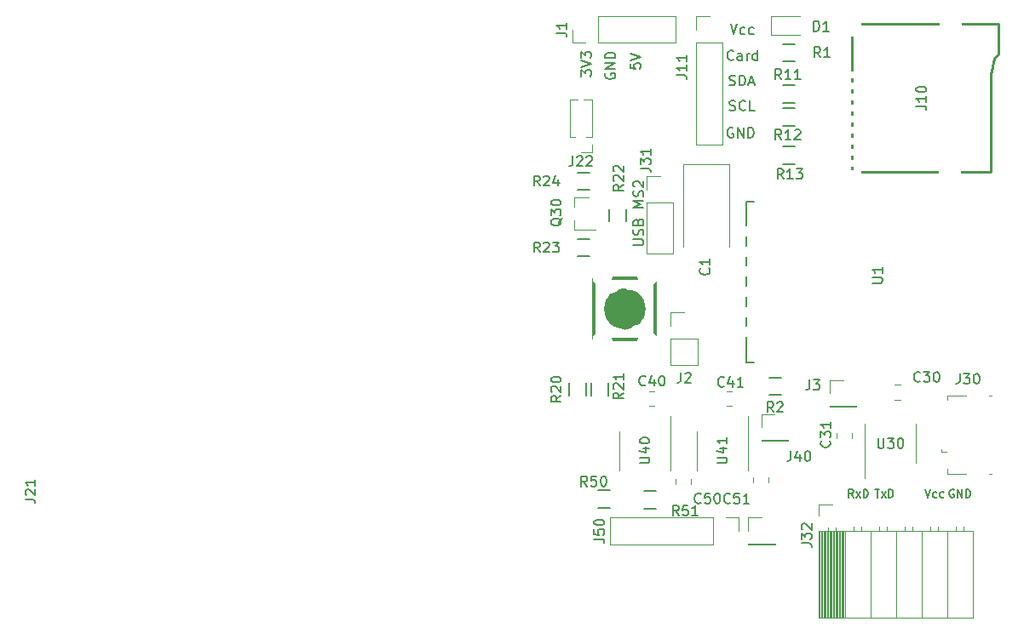
<source format=gto>
G04 #@! TF.GenerationSoftware,KiCad,Pcbnew,5.1.12-84ad8e8a86~92~ubuntu20.04.1*
G04 #@! TF.CreationDate,2022-02-14T19:07:45+01:00*
G04 #@! TF.ProjectId,ms2-card,6d73322d-6361-4726-942e-6b696361645f,0.1*
G04 #@! TF.SameCoordinates,Original*
G04 #@! TF.FileFunction,Legend,Top*
G04 #@! TF.FilePolarity,Positive*
%FSLAX46Y46*%
G04 Gerber Fmt 4.6, Leading zero omitted, Abs format (unit mm)*
G04 Created by KiCad (PCBNEW 5.1.12-84ad8e8a86~92~ubuntu20.04.1) date 2022-02-14 19:07:45*
%MOMM*%
%LPD*%
G01*
G04 APERTURE LIST*
%ADD10C,0.150000*%
%ADD11C,0.120000*%
%ADD12C,0.250000*%
%ADD13C,0.304800*%
%ADD14C,2.540000*%
%ADD15C,0.152400*%
%ADD16C,0.195580*%
%ADD17O,1.000000X1.000000*%
%ADD18R,1.000000X1.000000*%
%ADD19R,2.500000X0.700000*%
%ADD20R,1.400000X1.200000*%
%ADD21R,1.400000X1.600000*%
%ADD22R,2.200000X1.200000*%
%ADD23C,1.000000*%
%ADD24R,1.900000X1.200000*%
%ADD25O,1.900000X1.200000*%
%ADD26R,1.900000X1.500000*%
%ADD27C,1.450000*%
%ADD28R,2.000000X0.400000*%
%ADD29R,1.700000X1.700000*%
%ADD30O,1.700000X1.700000*%
%ADD31O,2.000000X6.500000*%
%ADD32R,0.900000X0.800000*%
%ADD33R,1.350000X1.300000*%
%ADD34R,1.300000X1.350000*%
%ADD35C,1.998980*%
%ADD36R,1.100000X2.500000*%
%ADD37O,1.100000X2.500000*%
%ADD38O,2.500000X1.100000*%
G04 APERTURE END LIST*
D10*
X172009523Y-101652380D02*
X172342857Y-102652380D01*
X172676190Y-101652380D01*
X173438095Y-102604761D02*
X173342857Y-102652380D01*
X173152380Y-102652380D01*
X173057142Y-102604761D01*
X173009523Y-102557142D01*
X172961904Y-102461904D01*
X172961904Y-102176190D01*
X173009523Y-102080952D01*
X173057142Y-102033333D01*
X173152380Y-101985714D01*
X173342857Y-101985714D01*
X173438095Y-102033333D01*
X174295238Y-102604761D02*
X174200000Y-102652380D01*
X174009523Y-102652380D01*
X173914285Y-102604761D01*
X173866666Y-102557142D01*
X173819047Y-102461904D01*
X173819047Y-102176190D01*
X173866666Y-102080952D01*
X173914285Y-102033333D01*
X174009523Y-101985714D01*
X174200000Y-101985714D01*
X174295238Y-102033333D01*
X162352380Y-123661904D02*
X163161904Y-123661904D01*
X163257142Y-123614285D01*
X163304761Y-123566666D01*
X163352380Y-123471428D01*
X163352380Y-123280952D01*
X163304761Y-123185714D01*
X163257142Y-123138095D01*
X163161904Y-123090476D01*
X162352380Y-123090476D01*
X163304761Y-122661904D02*
X163352380Y-122519047D01*
X163352380Y-122280952D01*
X163304761Y-122185714D01*
X163257142Y-122138095D01*
X163161904Y-122090476D01*
X163066666Y-122090476D01*
X162971428Y-122138095D01*
X162923809Y-122185714D01*
X162876190Y-122280952D01*
X162828571Y-122471428D01*
X162780952Y-122566666D01*
X162733333Y-122614285D01*
X162638095Y-122661904D01*
X162542857Y-122661904D01*
X162447619Y-122614285D01*
X162400000Y-122566666D01*
X162352380Y-122471428D01*
X162352380Y-122233333D01*
X162400000Y-122090476D01*
X162828571Y-121328571D02*
X162876190Y-121185714D01*
X162923809Y-121138095D01*
X163019047Y-121090476D01*
X163161904Y-121090476D01*
X163257142Y-121138095D01*
X163304761Y-121185714D01*
X163352380Y-121280952D01*
X163352380Y-121661904D01*
X162352380Y-121661904D01*
X162352380Y-121328571D01*
X162400000Y-121233333D01*
X162447619Y-121185714D01*
X162542857Y-121138095D01*
X162638095Y-121138095D01*
X162733333Y-121185714D01*
X162780952Y-121233333D01*
X162828571Y-121328571D01*
X162828571Y-121661904D01*
X163352380Y-119885714D02*
X162352380Y-119885714D01*
X163066666Y-119552380D01*
X162352380Y-119219047D01*
X163352380Y-119219047D01*
X163304761Y-118790476D02*
X163352380Y-118647619D01*
X163352380Y-118409523D01*
X163304761Y-118314285D01*
X163257142Y-118266666D01*
X163161904Y-118219047D01*
X163066666Y-118219047D01*
X162971428Y-118266666D01*
X162923809Y-118314285D01*
X162876190Y-118409523D01*
X162828571Y-118600000D01*
X162780952Y-118695238D01*
X162733333Y-118742857D01*
X162638095Y-118790476D01*
X162542857Y-118790476D01*
X162447619Y-118742857D01*
X162400000Y-118695238D01*
X162352380Y-118600000D01*
X162352380Y-118361904D01*
X162400000Y-118219047D01*
X162447619Y-117838095D02*
X162400000Y-117790476D01*
X162352380Y-117695238D01*
X162352380Y-117457142D01*
X162400000Y-117361904D01*
X162447619Y-117314285D01*
X162542857Y-117266666D01*
X162638095Y-117266666D01*
X162780952Y-117314285D01*
X163352380Y-117885714D01*
X163352380Y-117266666D01*
X162052380Y-105590476D02*
X162052380Y-106066666D01*
X162528571Y-106114285D01*
X162480952Y-106066666D01*
X162433333Y-105971428D01*
X162433333Y-105733333D01*
X162480952Y-105638095D01*
X162528571Y-105590476D01*
X162623809Y-105542857D01*
X162861904Y-105542857D01*
X162957142Y-105590476D01*
X163004761Y-105638095D01*
X163052380Y-105733333D01*
X163052380Y-105971428D01*
X163004761Y-106066666D01*
X162957142Y-106114285D01*
X162052380Y-105257142D02*
X163052380Y-104923809D01*
X162052380Y-104590476D01*
X159600000Y-106561904D02*
X159552380Y-106657142D01*
X159552380Y-106800000D01*
X159600000Y-106942857D01*
X159695238Y-107038095D01*
X159790476Y-107085714D01*
X159980952Y-107133333D01*
X160123809Y-107133333D01*
X160314285Y-107085714D01*
X160409523Y-107038095D01*
X160504761Y-106942857D01*
X160552380Y-106800000D01*
X160552380Y-106704761D01*
X160504761Y-106561904D01*
X160457142Y-106514285D01*
X160123809Y-106514285D01*
X160123809Y-106704761D01*
X160552380Y-106085714D02*
X159552380Y-106085714D01*
X160552380Y-105514285D01*
X159552380Y-105514285D01*
X160552380Y-105038095D02*
X159552380Y-105038095D01*
X159552380Y-104800000D01*
X159600000Y-104657142D01*
X159695238Y-104561904D01*
X159790476Y-104514285D01*
X159980952Y-104466666D01*
X160123809Y-104466666D01*
X160314285Y-104514285D01*
X160409523Y-104561904D01*
X160504761Y-104657142D01*
X160552380Y-104800000D01*
X160552380Y-105038095D01*
X191347619Y-147961904D02*
X191614285Y-148761904D01*
X191880952Y-147961904D01*
X192490476Y-148723809D02*
X192414285Y-148761904D01*
X192261904Y-148761904D01*
X192185714Y-148723809D01*
X192147619Y-148685714D01*
X192109523Y-148609523D01*
X192109523Y-148380952D01*
X192147619Y-148304761D01*
X192185714Y-148266666D01*
X192261904Y-148228571D01*
X192414285Y-148228571D01*
X192490476Y-148266666D01*
X193176190Y-148723809D02*
X193100000Y-148761904D01*
X192947619Y-148761904D01*
X192871428Y-148723809D01*
X192833333Y-148685714D01*
X192795238Y-148609523D01*
X192795238Y-148380952D01*
X192833333Y-148304761D01*
X192871428Y-148266666D01*
X192947619Y-148228571D01*
X193100000Y-148228571D01*
X193176190Y-148266666D01*
X194190476Y-148000000D02*
X194114285Y-147961904D01*
X194000000Y-147961904D01*
X193885714Y-148000000D01*
X193809523Y-148076190D01*
X193771428Y-148152380D01*
X193733333Y-148304761D01*
X193733333Y-148419047D01*
X193771428Y-148571428D01*
X193809523Y-148647619D01*
X193885714Y-148723809D01*
X194000000Y-148761904D01*
X194076190Y-148761904D01*
X194190476Y-148723809D01*
X194228571Y-148685714D01*
X194228571Y-148419047D01*
X194076190Y-148419047D01*
X194571428Y-148761904D02*
X194571428Y-147961904D01*
X195028571Y-148761904D01*
X195028571Y-147961904D01*
X195409523Y-148761904D02*
X195409523Y-147961904D01*
X195600000Y-147961904D01*
X195714285Y-148000000D01*
X195790476Y-148076190D01*
X195828571Y-148152380D01*
X195866666Y-148304761D01*
X195866666Y-148419047D01*
X195828571Y-148571428D01*
X195790476Y-148647619D01*
X195714285Y-148723809D01*
X195600000Y-148761904D01*
X195409523Y-148761904D01*
X184223809Y-148761904D02*
X183957142Y-148380952D01*
X183766666Y-148761904D02*
X183766666Y-147961904D01*
X184071428Y-147961904D01*
X184147619Y-148000000D01*
X184185714Y-148038095D01*
X184223809Y-148114285D01*
X184223809Y-148228571D01*
X184185714Y-148304761D01*
X184147619Y-148342857D01*
X184071428Y-148380952D01*
X183766666Y-148380952D01*
X184490476Y-148761904D02*
X184909523Y-148228571D01*
X184490476Y-148228571D02*
X184909523Y-148761904D01*
X185214285Y-148761904D02*
X185214285Y-147961904D01*
X185404761Y-147961904D01*
X185519047Y-148000000D01*
X185595238Y-148076190D01*
X185633333Y-148152380D01*
X185671428Y-148304761D01*
X185671428Y-148419047D01*
X185633333Y-148571428D01*
X185595238Y-148647619D01*
X185519047Y-148723809D01*
X185404761Y-148761904D01*
X185214285Y-148761904D01*
X186347619Y-147961904D02*
X186804761Y-147961904D01*
X186576190Y-148761904D02*
X186576190Y-147961904D01*
X186995238Y-148761904D02*
X187414285Y-148228571D01*
X186995238Y-148228571D02*
X187414285Y-148761904D01*
X187719047Y-148761904D02*
X187719047Y-147961904D01*
X187909523Y-147961904D01*
X188023809Y-148000000D01*
X188100000Y-148076190D01*
X188138095Y-148152380D01*
X188176190Y-148304761D01*
X188176190Y-148419047D01*
X188138095Y-148571428D01*
X188100000Y-148647619D01*
X188023809Y-148723809D01*
X187909523Y-148761904D01*
X187719047Y-148761904D01*
X157152380Y-106838095D02*
X157152380Y-106219047D01*
X157533333Y-106552380D01*
X157533333Y-106409523D01*
X157580952Y-106314285D01*
X157628571Y-106266666D01*
X157723809Y-106219047D01*
X157961904Y-106219047D01*
X158057142Y-106266666D01*
X158104761Y-106314285D01*
X158152380Y-106409523D01*
X158152380Y-106695238D01*
X158104761Y-106790476D01*
X158057142Y-106838095D01*
X157152380Y-105933333D02*
X158152380Y-105600000D01*
X157152380Y-105266666D01*
X157152380Y-105028571D02*
X157152380Y-104409523D01*
X157533333Y-104742857D01*
X157533333Y-104600000D01*
X157580952Y-104504761D01*
X157628571Y-104457142D01*
X157723809Y-104409523D01*
X157961904Y-104409523D01*
X158057142Y-104457142D01*
X158104761Y-104504761D01*
X158152380Y-104600000D01*
X158152380Y-104885714D01*
X158104761Y-104980952D01*
X158057142Y-105028571D01*
X172238095Y-112000000D02*
X172142857Y-111952380D01*
X172000000Y-111952380D01*
X171857142Y-112000000D01*
X171761904Y-112095238D01*
X171714285Y-112190476D01*
X171666666Y-112380952D01*
X171666666Y-112523809D01*
X171714285Y-112714285D01*
X171761904Y-112809523D01*
X171857142Y-112904761D01*
X172000000Y-112952380D01*
X172095238Y-112952380D01*
X172238095Y-112904761D01*
X172285714Y-112857142D01*
X172285714Y-112523809D01*
X172095238Y-112523809D01*
X172714285Y-112952380D02*
X172714285Y-111952380D01*
X173285714Y-112952380D01*
X173285714Y-111952380D01*
X173761904Y-112952380D02*
X173761904Y-111952380D01*
X174000000Y-111952380D01*
X174142857Y-112000000D01*
X174238095Y-112095238D01*
X174285714Y-112190476D01*
X174333333Y-112380952D01*
X174333333Y-112523809D01*
X174285714Y-112714285D01*
X174238095Y-112809523D01*
X174142857Y-112904761D01*
X174000000Y-112952380D01*
X173761904Y-112952380D01*
X171909523Y-110204761D02*
X172052380Y-110252380D01*
X172290476Y-110252380D01*
X172385714Y-110204761D01*
X172433333Y-110157142D01*
X172480952Y-110061904D01*
X172480952Y-109966666D01*
X172433333Y-109871428D01*
X172385714Y-109823809D01*
X172290476Y-109776190D01*
X172100000Y-109728571D01*
X172004761Y-109680952D01*
X171957142Y-109633333D01*
X171909523Y-109538095D01*
X171909523Y-109442857D01*
X171957142Y-109347619D01*
X172004761Y-109300000D01*
X172100000Y-109252380D01*
X172338095Y-109252380D01*
X172480952Y-109300000D01*
X173480952Y-110157142D02*
X173433333Y-110204761D01*
X173290476Y-110252380D01*
X173195238Y-110252380D01*
X173052380Y-110204761D01*
X172957142Y-110109523D01*
X172909523Y-110014285D01*
X172861904Y-109823809D01*
X172861904Y-109680952D01*
X172909523Y-109490476D01*
X172957142Y-109395238D01*
X173052380Y-109300000D01*
X173195238Y-109252380D01*
X173290476Y-109252380D01*
X173433333Y-109300000D01*
X173480952Y-109347619D01*
X174385714Y-110252380D02*
X173909523Y-110252380D01*
X173909523Y-109252380D01*
X171885714Y-107704761D02*
X172028571Y-107752380D01*
X172266666Y-107752380D01*
X172361904Y-107704761D01*
X172409523Y-107657142D01*
X172457142Y-107561904D01*
X172457142Y-107466666D01*
X172409523Y-107371428D01*
X172361904Y-107323809D01*
X172266666Y-107276190D01*
X172076190Y-107228571D01*
X171980952Y-107180952D01*
X171933333Y-107133333D01*
X171885714Y-107038095D01*
X171885714Y-106942857D01*
X171933333Y-106847619D01*
X171980952Y-106800000D01*
X172076190Y-106752380D01*
X172314285Y-106752380D01*
X172457142Y-106800000D01*
X172885714Y-107752380D02*
X172885714Y-106752380D01*
X173123809Y-106752380D01*
X173266666Y-106800000D01*
X173361904Y-106895238D01*
X173409523Y-106990476D01*
X173457142Y-107180952D01*
X173457142Y-107323809D01*
X173409523Y-107514285D01*
X173361904Y-107609523D01*
X173266666Y-107704761D01*
X173123809Y-107752380D01*
X172885714Y-107752380D01*
X173838095Y-107466666D02*
X174314285Y-107466666D01*
X173742857Y-107752380D02*
X174076190Y-106752380D01*
X174409523Y-107752380D01*
X172295238Y-105157142D02*
X172247619Y-105204761D01*
X172104761Y-105252380D01*
X172009523Y-105252380D01*
X171866666Y-105204761D01*
X171771428Y-105109523D01*
X171723809Y-105014285D01*
X171676190Y-104823809D01*
X171676190Y-104680952D01*
X171723809Y-104490476D01*
X171771428Y-104395238D01*
X171866666Y-104300000D01*
X172009523Y-104252380D01*
X172104761Y-104252380D01*
X172247619Y-104300000D01*
X172295238Y-104347619D01*
X173152380Y-105252380D02*
X173152380Y-104728571D01*
X173104761Y-104633333D01*
X173009523Y-104585714D01*
X172819047Y-104585714D01*
X172723809Y-104633333D01*
X173152380Y-105204761D02*
X173057142Y-105252380D01*
X172819047Y-105252380D01*
X172723809Y-105204761D01*
X172676190Y-105109523D01*
X172676190Y-105014285D01*
X172723809Y-104919047D01*
X172819047Y-104871428D01*
X173057142Y-104871428D01*
X173152380Y-104823809D01*
X173628571Y-105252380D02*
X173628571Y-104585714D01*
X173628571Y-104776190D02*
X173676190Y-104680952D01*
X173723809Y-104633333D01*
X173819047Y-104585714D01*
X173914285Y-104585714D01*
X174676190Y-105252380D02*
X174676190Y-104252380D01*
X174676190Y-105204761D02*
X174580952Y-105252380D01*
X174390476Y-105252380D01*
X174295238Y-105204761D01*
X174247619Y-105157142D01*
X174200000Y-105061904D01*
X174200000Y-104776190D01*
X174247619Y-104680952D01*
X174295238Y-104633333D01*
X174390476Y-104585714D01*
X174580952Y-104585714D01*
X174676190Y-104633333D01*
D11*
X158234400Y-109134600D02*
X157431930Y-109134600D01*
X156816870Y-109134600D02*
X156014400Y-109134600D01*
X158234400Y-112879600D02*
X158234400Y-109134600D01*
X156014400Y-112879600D02*
X156014400Y-109134600D01*
X158234400Y-112879600D02*
X157687871Y-112879600D01*
X156560929Y-112879600D02*
X156014400Y-112879600D01*
X158234400Y-113639600D02*
X158234400Y-114399600D01*
X158234400Y-114399600D02*
X157124400Y-114399600D01*
X167340000Y-115615000D02*
X167340000Y-123850000D01*
X171860000Y-115615000D02*
X167340000Y-115615000D01*
X171860000Y-123850000D02*
X171860000Y-115615000D01*
D12*
X184100000Y-116350000D02*
X197900000Y-116350000D01*
X184100000Y-116350000D02*
X184100000Y-101650000D01*
X198600000Y-101650000D02*
X184100000Y-101650000D01*
X198600000Y-104650000D02*
X198600000Y-101650000D01*
X198300000Y-104950000D02*
X198600000Y-104650000D01*
X198100000Y-105350000D02*
X198300000Y-104950000D01*
X198000000Y-105950000D02*
X198100000Y-105350000D01*
X197900000Y-106650000D02*
X198000000Y-105950000D01*
X197900000Y-116350000D02*
X197900000Y-106650000D01*
D11*
X192987500Y-144194000D02*
X193437500Y-144194000D01*
X192987500Y-144194000D02*
X192987500Y-143744000D01*
X193537500Y-138594000D02*
X193537500Y-139044000D01*
X195387500Y-138594000D02*
X193537500Y-138594000D01*
X197937500Y-146394000D02*
X197687500Y-146394000D01*
X197937500Y-138594000D02*
X197687500Y-138594000D01*
X195387500Y-146394000D02*
X193537500Y-146394000D01*
X193537500Y-146394000D02*
X193537500Y-145944000D01*
X188861252Y-137565000D02*
X188338748Y-137565000D01*
X188861252Y-139035000D02*
X188338748Y-139035000D01*
X184035000Y-142334348D02*
X184035000Y-142856852D01*
X182565000Y-142334348D02*
X182565000Y-142856852D01*
X164461252Y-139635000D02*
X163938748Y-139635000D01*
X164461252Y-138165000D02*
X163938748Y-138165000D01*
X172161252Y-138165000D02*
X171638748Y-138165000D01*
X172161252Y-139635000D02*
X171638748Y-139635000D01*
X166565000Y-146938748D02*
X166565000Y-147461252D01*
X168035000Y-146938748D02*
X168035000Y-147461252D01*
X174265000Y-147261252D02*
X174265000Y-146738748D01*
X175735000Y-147261252D02*
X175735000Y-146738748D01*
X178900000Y-100840000D02*
X176040000Y-100840000D01*
X176040000Y-100840000D02*
X176040000Y-102760000D01*
X176040000Y-102760000D02*
X178900000Y-102760000D01*
X166550000Y-103530000D02*
X166550000Y-100870000D01*
X158870000Y-103530000D02*
X166550000Y-103530000D01*
X158870000Y-100870000D02*
X166550000Y-100870000D01*
X158870000Y-103530000D02*
X158870000Y-100870000D01*
X157600000Y-103530000D02*
X156270000Y-103530000D01*
X156270000Y-103530000D02*
X156270000Y-102200000D01*
X166070000Y-135570000D02*
X168730000Y-135570000D01*
X166070000Y-132970000D02*
X166070000Y-135570000D01*
X168730000Y-132970000D02*
X168730000Y-135570000D01*
X166070000Y-132970000D02*
X168730000Y-132970000D01*
X166070000Y-131700000D02*
X166070000Y-130370000D01*
X166070000Y-130370000D02*
X167400000Y-130370000D01*
X181854800Y-139730000D02*
X184514800Y-139730000D01*
X181854800Y-139670000D02*
X181854800Y-139730000D01*
X184514800Y-139670000D02*
X184514800Y-139730000D01*
X181854800Y-139670000D02*
X184514800Y-139670000D01*
X181854800Y-138400000D02*
X181854800Y-137070000D01*
X181854800Y-137070000D02*
X183184800Y-137070000D01*
X168570000Y-100870000D02*
X169900000Y-100870000D01*
X168570000Y-102200000D02*
X168570000Y-100870000D01*
X168570000Y-103470000D02*
X171230000Y-103470000D01*
X171230000Y-103470000D02*
X171230000Y-113690000D01*
X168570000Y-103470000D02*
X168570000Y-113690000D01*
X168570000Y-113690000D02*
X171230000Y-113690000D01*
X163670000Y-124510000D02*
X166330000Y-124510000D01*
X163670000Y-119370000D02*
X163670000Y-124510000D01*
X166330000Y-119370000D02*
X166330000Y-124510000D01*
X163670000Y-119370000D02*
X166330000Y-119370000D01*
X163670000Y-118100000D02*
X163670000Y-116770000D01*
X163670000Y-116770000D02*
X165000000Y-116770000D01*
X180890000Y-160690000D02*
X180890000Y-152060000D01*
X181008095Y-160690000D02*
X181008095Y-152060000D01*
X181126190Y-160690000D02*
X181126190Y-152060000D01*
X181244285Y-160690000D02*
X181244285Y-152060000D01*
X181362380Y-160690000D02*
X181362380Y-152060000D01*
X181480475Y-160690000D02*
X181480475Y-152060000D01*
X181598570Y-160690000D02*
X181598570Y-152060000D01*
X181716665Y-160690000D02*
X181716665Y-152060000D01*
X181834760Y-160690000D02*
X181834760Y-152060000D01*
X181952855Y-160690000D02*
X181952855Y-152060000D01*
X182070950Y-160690000D02*
X182070950Y-152060000D01*
X182189045Y-160690000D02*
X182189045Y-152060000D01*
X182307140Y-160690000D02*
X182307140Y-152060000D01*
X182425235Y-160690000D02*
X182425235Y-152060000D01*
X182543330Y-160690000D02*
X182543330Y-152060000D01*
X182661425Y-160690000D02*
X182661425Y-152060000D01*
X182779520Y-160690000D02*
X182779520Y-152060000D01*
X182897615Y-160690000D02*
X182897615Y-152060000D01*
X183015710Y-160690000D02*
X183015710Y-152060000D01*
X183133805Y-160690000D02*
X183133805Y-152060000D01*
X183251900Y-160690000D02*
X183251900Y-152060000D01*
X181740000Y-152060000D02*
X181740000Y-151710000D01*
X182460000Y-152060000D02*
X182460000Y-151710000D01*
X184280000Y-152060000D02*
X184280000Y-151650000D01*
X185000000Y-152060000D02*
X185000000Y-151650000D01*
X186820000Y-152060000D02*
X186820000Y-151650000D01*
X187540000Y-152060000D02*
X187540000Y-151650000D01*
X189360000Y-152060000D02*
X189360000Y-151650000D01*
X190080000Y-152060000D02*
X190080000Y-151650000D01*
X191900000Y-152060000D02*
X191900000Y-151650000D01*
X192620000Y-152060000D02*
X192620000Y-151650000D01*
X194440000Y-152060000D02*
X194440000Y-151650000D01*
X195160000Y-152060000D02*
X195160000Y-151650000D01*
X183370000Y-160690000D02*
X183370000Y-152060000D01*
X185910000Y-160690000D02*
X185910000Y-152060000D01*
X188450000Y-160690000D02*
X188450000Y-152060000D01*
X190990000Y-160690000D02*
X190990000Y-152060000D01*
X193530000Y-160690000D02*
X193530000Y-152060000D01*
X180770000Y-160690000D02*
X180770000Y-152060000D01*
X180770000Y-152060000D02*
X196130000Y-152060000D01*
X196130000Y-160690000D02*
X196130000Y-152060000D01*
X180770000Y-160690000D02*
X196130000Y-160690000D01*
X180770000Y-149490000D02*
X182100000Y-149490000D01*
X180770000Y-150600000D02*
X180770000Y-149490000D01*
X175070000Y-143130000D02*
X177730000Y-143130000D01*
X175070000Y-143070000D02*
X175070000Y-143130000D01*
X177730000Y-143070000D02*
X177730000Y-143130000D01*
X175070000Y-143070000D02*
X177730000Y-143070000D01*
X175070000Y-141800000D02*
X175070000Y-140470000D01*
X175070000Y-140470000D02*
X176400000Y-140470000D01*
X160010000Y-150770000D02*
X160010000Y-153430000D01*
X170230000Y-150770000D02*
X160010000Y-150770000D01*
X170230000Y-153430000D02*
X160010000Y-153430000D01*
X170230000Y-150770000D02*
X170230000Y-153430000D01*
X171500000Y-150770000D02*
X172830000Y-150770000D01*
X172830000Y-150770000D02*
X172830000Y-152100000D01*
X173770000Y-150770000D02*
X175100000Y-150770000D01*
X173770000Y-152100000D02*
X173770000Y-150770000D01*
X173770000Y-153370000D02*
X176430000Y-153370000D01*
X176430000Y-153370000D02*
X176430000Y-153430000D01*
X173770000Y-153370000D02*
X173770000Y-153430000D01*
X173770000Y-153430000D02*
X176430000Y-153430000D01*
X156440000Y-118920000D02*
X156440000Y-119850000D01*
X156440000Y-122080000D02*
X156440000Y-121150000D01*
X156440000Y-122080000D02*
X158600000Y-122080000D01*
X156440000Y-118920000D02*
X157900000Y-118920000D01*
D10*
X177200000Y-103625000D02*
X178400000Y-103625000D01*
X178400000Y-105375000D02*
X177200000Y-105375000D01*
X177028400Y-138575000D02*
X175828400Y-138575000D01*
X175828400Y-136825000D02*
X177028400Y-136825000D01*
X177200000Y-110025000D02*
X178400000Y-110025000D01*
X178400000Y-111775000D02*
X177200000Y-111775000D01*
X178400000Y-109475000D02*
X177200000Y-109475000D01*
X177200000Y-107725000D02*
X178400000Y-107725000D01*
X178400000Y-115581400D02*
X177200000Y-115581400D01*
X177200000Y-113831400D02*
X178400000Y-113831400D01*
X155925000Y-138600000D02*
X155925000Y-137400000D01*
X157675000Y-137400000D02*
X157675000Y-138600000D01*
X159875000Y-137400000D02*
X159875000Y-138600000D01*
X158125000Y-138600000D02*
X158125000Y-137400000D01*
X161675000Y-120100000D02*
X161675000Y-121300000D01*
X159925000Y-121300000D02*
X159925000Y-120100000D01*
X156800000Y-123025000D02*
X158000000Y-123025000D01*
X158000000Y-124775000D02*
X156800000Y-124775000D01*
X156800000Y-116425000D02*
X158000000Y-116425000D01*
X158000000Y-118175000D02*
X156800000Y-118175000D01*
X158800000Y-148025000D02*
X160000000Y-148025000D01*
X160000000Y-149775000D02*
X158800000Y-149775000D01*
X163400000Y-148125000D02*
X164600000Y-148125000D01*
X164600000Y-149875000D02*
X163400000Y-149875000D01*
D13*
X158452000Y-126952000D02*
X164548000Y-126952000D01*
X164548000Y-126952000D02*
X164548000Y-133048000D01*
X164548000Y-133048000D02*
X158452000Y-133048000D01*
X158452000Y-133048000D02*
X158452000Y-126952000D01*
D14*
X162303219Y-130000000D02*
G75*
G03*
X162303219Y-130000000I-803219J0D01*
G01*
D15*
X174341000Y-119284000D02*
X173579000Y-119284000D01*
X173579000Y-119284000D02*
X173579000Y-135286000D01*
X173579000Y-135286000D02*
X174341000Y-135286000D01*
D11*
X190460000Y-143400000D02*
X190460000Y-141450000D01*
X190460000Y-143400000D02*
X190460000Y-145350000D01*
X185340000Y-143400000D02*
X185340000Y-141450000D01*
X185340000Y-143400000D02*
X185340000Y-146850000D01*
X166060000Y-144100000D02*
X166060000Y-140650000D01*
X166060000Y-144100000D02*
X166060000Y-146050000D01*
X160940000Y-144100000D02*
X160940000Y-142150000D01*
X160940000Y-144100000D02*
X160940000Y-146050000D01*
X168640000Y-144100000D02*
X168640000Y-146050000D01*
X168640000Y-144100000D02*
X168640000Y-142150000D01*
X173760000Y-144100000D02*
X173760000Y-146050000D01*
X173760000Y-144100000D02*
X173760000Y-140650000D01*
D10*
X156314876Y-114786980D02*
X156314876Y-115501266D01*
X156267257Y-115644123D01*
X156172019Y-115739361D01*
X156029161Y-115786980D01*
X155933923Y-115786980D01*
X156743447Y-114882219D02*
X156791066Y-114834600D01*
X156886304Y-114786980D01*
X157124400Y-114786980D01*
X157219638Y-114834600D01*
X157267257Y-114882219D01*
X157314876Y-114977457D01*
X157314876Y-115072695D01*
X157267257Y-115215552D01*
X156695828Y-115786980D01*
X157314876Y-115786980D01*
X157695828Y-114882219D02*
X157743447Y-114834600D01*
X157838685Y-114786980D01*
X158076780Y-114786980D01*
X158172019Y-114834600D01*
X158219638Y-114882219D01*
X158267257Y-114977457D01*
X158267257Y-115072695D01*
X158219638Y-115215552D01*
X157648209Y-115786980D01*
X158267257Y-115786980D01*
X169857142Y-125966666D02*
X169904761Y-126014285D01*
X169952380Y-126157142D01*
X169952380Y-126252380D01*
X169904761Y-126395238D01*
X169809523Y-126490476D01*
X169714285Y-126538095D01*
X169523809Y-126585714D01*
X169380952Y-126585714D01*
X169190476Y-126538095D01*
X169095238Y-126490476D01*
X169000000Y-126395238D01*
X168952380Y-126252380D01*
X168952380Y-126157142D01*
X169000000Y-126014285D01*
X169047619Y-125966666D01*
X169952380Y-125014285D02*
X169952380Y-125585714D01*
X169952380Y-125300000D02*
X168952380Y-125300000D01*
X169095238Y-125395238D01*
X169190476Y-125490476D01*
X169238095Y-125585714D01*
X190452380Y-109809523D02*
X191166666Y-109809523D01*
X191309523Y-109857142D01*
X191404761Y-109952380D01*
X191452380Y-110095238D01*
X191452380Y-110190476D01*
X191452380Y-108809523D02*
X191452380Y-109380952D01*
X191452380Y-109095238D02*
X190452380Y-109095238D01*
X190595238Y-109190476D01*
X190690476Y-109285714D01*
X190738095Y-109380952D01*
X190452380Y-108190476D02*
X190452380Y-108095238D01*
X190500000Y-108000000D01*
X190547619Y-107952380D01*
X190642857Y-107904761D01*
X190833333Y-107857142D01*
X191071428Y-107857142D01*
X191261904Y-107904761D01*
X191357142Y-107952380D01*
X191404761Y-108000000D01*
X191452380Y-108095238D01*
X191452380Y-108190476D01*
X191404761Y-108285714D01*
X191357142Y-108333333D01*
X191261904Y-108380952D01*
X191071428Y-108428571D01*
X190833333Y-108428571D01*
X190642857Y-108380952D01*
X190547619Y-108333333D01*
X190500000Y-108285714D01*
X190452380Y-108190476D01*
D16*
X194791917Y-136447355D02*
X194791917Y-137160370D01*
X194744382Y-137302972D01*
X194649314Y-137398041D01*
X194506711Y-137445575D01*
X194411642Y-137445575D01*
X195172191Y-136447355D02*
X195790137Y-136447355D01*
X195457397Y-136827630D01*
X195600000Y-136827630D01*
X195695068Y-136875164D01*
X195742602Y-136922698D01*
X195790137Y-137017767D01*
X195790137Y-137255438D01*
X195742602Y-137350507D01*
X195695068Y-137398041D01*
X195600000Y-137445575D01*
X195314794Y-137445575D01*
X195219725Y-137398041D01*
X195172191Y-137350507D01*
X196408082Y-136447355D02*
X196503151Y-136447355D01*
X196598220Y-136494890D01*
X196645754Y-136542424D01*
X196693288Y-136637492D01*
X196740822Y-136827630D01*
X196740822Y-137065301D01*
X196693288Y-137255438D01*
X196645754Y-137350507D01*
X196598220Y-137398041D01*
X196503151Y-137445575D01*
X196408082Y-137445575D01*
X196313014Y-137398041D01*
X196265480Y-137350507D01*
X196217945Y-137255438D01*
X196170411Y-137065301D01*
X196170411Y-136827630D01*
X196217945Y-136637492D01*
X196265480Y-136542424D01*
X196313014Y-136494890D01*
X196408082Y-136447355D01*
D10*
X190857142Y-137157142D02*
X190809523Y-137204761D01*
X190666666Y-137252380D01*
X190571428Y-137252380D01*
X190428571Y-137204761D01*
X190333333Y-137109523D01*
X190285714Y-137014285D01*
X190238095Y-136823809D01*
X190238095Y-136680952D01*
X190285714Y-136490476D01*
X190333333Y-136395238D01*
X190428571Y-136300000D01*
X190571428Y-136252380D01*
X190666666Y-136252380D01*
X190809523Y-136300000D01*
X190857142Y-136347619D01*
X191190476Y-136252380D02*
X191809523Y-136252380D01*
X191476190Y-136633333D01*
X191619047Y-136633333D01*
X191714285Y-136680952D01*
X191761904Y-136728571D01*
X191809523Y-136823809D01*
X191809523Y-137061904D01*
X191761904Y-137157142D01*
X191714285Y-137204761D01*
X191619047Y-137252380D01*
X191333333Y-137252380D01*
X191238095Y-137204761D01*
X191190476Y-137157142D01*
X192428571Y-136252380D02*
X192523809Y-136252380D01*
X192619047Y-136300000D01*
X192666666Y-136347619D01*
X192714285Y-136442857D01*
X192761904Y-136633333D01*
X192761904Y-136871428D01*
X192714285Y-137061904D01*
X192666666Y-137157142D01*
X192619047Y-137204761D01*
X192523809Y-137252380D01*
X192428571Y-137252380D01*
X192333333Y-137204761D01*
X192285714Y-137157142D01*
X192238095Y-137061904D01*
X192190476Y-136871428D01*
X192190476Y-136633333D01*
X192238095Y-136442857D01*
X192285714Y-136347619D01*
X192333333Y-136300000D01*
X192428571Y-136252380D01*
X181857142Y-143138457D02*
X181904761Y-143186076D01*
X181952380Y-143328933D01*
X181952380Y-143424171D01*
X181904761Y-143567028D01*
X181809523Y-143662266D01*
X181714285Y-143709885D01*
X181523809Y-143757504D01*
X181380952Y-143757504D01*
X181190476Y-143709885D01*
X181095238Y-143662266D01*
X181000000Y-143567028D01*
X180952380Y-143424171D01*
X180952380Y-143328933D01*
X181000000Y-143186076D01*
X181047619Y-143138457D01*
X180952380Y-142805123D02*
X180952380Y-142186076D01*
X181333333Y-142519409D01*
X181333333Y-142376552D01*
X181380952Y-142281314D01*
X181428571Y-142233695D01*
X181523809Y-142186076D01*
X181761904Y-142186076D01*
X181857142Y-142233695D01*
X181904761Y-142281314D01*
X181952380Y-142376552D01*
X181952380Y-142662266D01*
X181904761Y-142757504D01*
X181857142Y-142805123D01*
X181952380Y-141233695D02*
X181952380Y-141805123D01*
X181952380Y-141519409D02*
X180952380Y-141519409D01*
X181095238Y-141614647D01*
X181190476Y-141709885D01*
X181238095Y-141805123D01*
X163557142Y-137557142D02*
X163509523Y-137604761D01*
X163366666Y-137652380D01*
X163271428Y-137652380D01*
X163128571Y-137604761D01*
X163033333Y-137509523D01*
X162985714Y-137414285D01*
X162938095Y-137223809D01*
X162938095Y-137080952D01*
X162985714Y-136890476D01*
X163033333Y-136795238D01*
X163128571Y-136700000D01*
X163271428Y-136652380D01*
X163366666Y-136652380D01*
X163509523Y-136700000D01*
X163557142Y-136747619D01*
X164414285Y-136985714D02*
X164414285Y-137652380D01*
X164176190Y-136604761D02*
X163938095Y-137319047D01*
X164557142Y-137319047D01*
X165128571Y-136652380D02*
X165223809Y-136652380D01*
X165319047Y-136700000D01*
X165366666Y-136747619D01*
X165414285Y-136842857D01*
X165461904Y-137033333D01*
X165461904Y-137271428D01*
X165414285Y-137461904D01*
X165366666Y-137557142D01*
X165319047Y-137604761D01*
X165223809Y-137652380D01*
X165128571Y-137652380D01*
X165033333Y-137604761D01*
X164985714Y-137557142D01*
X164938095Y-137461904D01*
X164890476Y-137271428D01*
X164890476Y-137033333D01*
X164938095Y-136842857D01*
X164985714Y-136747619D01*
X165033333Y-136700000D01*
X165128571Y-136652380D01*
X171357142Y-137657142D02*
X171309523Y-137704761D01*
X171166666Y-137752380D01*
X171071428Y-137752380D01*
X170928571Y-137704761D01*
X170833333Y-137609523D01*
X170785714Y-137514285D01*
X170738095Y-137323809D01*
X170738095Y-137180952D01*
X170785714Y-136990476D01*
X170833333Y-136895238D01*
X170928571Y-136800000D01*
X171071428Y-136752380D01*
X171166666Y-136752380D01*
X171309523Y-136800000D01*
X171357142Y-136847619D01*
X172214285Y-137085714D02*
X172214285Y-137752380D01*
X171976190Y-136704761D02*
X171738095Y-137419047D01*
X172357142Y-137419047D01*
X173261904Y-137752380D02*
X172690476Y-137752380D01*
X172976190Y-137752380D02*
X172976190Y-136752380D01*
X172880952Y-136895238D01*
X172785714Y-136990476D01*
X172690476Y-137038095D01*
X169057142Y-149257142D02*
X169009523Y-149304761D01*
X168866666Y-149352380D01*
X168771428Y-149352380D01*
X168628571Y-149304761D01*
X168533333Y-149209523D01*
X168485714Y-149114285D01*
X168438095Y-148923809D01*
X168438095Y-148780952D01*
X168485714Y-148590476D01*
X168533333Y-148495238D01*
X168628571Y-148400000D01*
X168771428Y-148352380D01*
X168866666Y-148352380D01*
X169009523Y-148400000D01*
X169057142Y-148447619D01*
X169961904Y-148352380D02*
X169485714Y-148352380D01*
X169438095Y-148828571D01*
X169485714Y-148780952D01*
X169580952Y-148733333D01*
X169819047Y-148733333D01*
X169914285Y-148780952D01*
X169961904Y-148828571D01*
X170009523Y-148923809D01*
X170009523Y-149161904D01*
X169961904Y-149257142D01*
X169914285Y-149304761D01*
X169819047Y-149352380D01*
X169580952Y-149352380D01*
X169485714Y-149304761D01*
X169438095Y-149257142D01*
X170628571Y-148352380D02*
X170723809Y-148352380D01*
X170819047Y-148400000D01*
X170866666Y-148447619D01*
X170914285Y-148542857D01*
X170961904Y-148733333D01*
X170961904Y-148971428D01*
X170914285Y-149161904D01*
X170866666Y-149257142D01*
X170819047Y-149304761D01*
X170723809Y-149352380D01*
X170628571Y-149352380D01*
X170533333Y-149304761D01*
X170485714Y-149257142D01*
X170438095Y-149161904D01*
X170390476Y-148971428D01*
X170390476Y-148733333D01*
X170438095Y-148542857D01*
X170485714Y-148447619D01*
X170533333Y-148400000D01*
X170628571Y-148352380D01*
X171957142Y-149257142D02*
X171909523Y-149304761D01*
X171766666Y-149352380D01*
X171671428Y-149352380D01*
X171528571Y-149304761D01*
X171433333Y-149209523D01*
X171385714Y-149114285D01*
X171338095Y-148923809D01*
X171338095Y-148780952D01*
X171385714Y-148590476D01*
X171433333Y-148495238D01*
X171528571Y-148400000D01*
X171671428Y-148352380D01*
X171766666Y-148352380D01*
X171909523Y-148400000D01*
X171957142Y-148447619D01*
X172861904Y-148352380D02*
X172385714Y-148352380D01*
X172338095Y-148828571D01*
X172385714Y-148780952D01*
X172480952Y-148733333D01*
X172719047Y-148733333D01*
X172814285Y-148780952D01*
X172861904Y-148828571D01*
X172909523Y-148923809D01*
X172909523Y-149161904D01*
X172861904Y-149257142D01*
X172814285Y-149304761D01*
X172719047Y-149352380D01*
X172480952Y-149352380D01*
X172385714Y-149304761D01*
X172338095Y-149257142D01*
X173861904Y-149352380D02*
X173290476Y-149352380D01*
X173576190Y-149352380D02*
X173576190Y-148352380D01*
X173480952Y-148495238D01*
X173385714Y-148590476D01*
X173290476Y-148638095D01*
X180261904Y-102352380D02*
X180261904Y-101352380D01*
X180500000Y-101352380D01*
X180642857Y-101400000D01*
X180738095Y-101495238D01*
X180785714Y-101590476D01*
X180833333Y-101780952D01*
X180833333Y-101923809D01*
X180785714Y-102114285D01*
X180738095Y-102209523D01*
X180642857Y-102304761D01*
X180500000Y-102352380D01*
X180261904Y-102352380D01*
X181785714Y-102352380D02*
X181214285Y-102352380D01*
X181500000Y-102352380D02*
X181500000Y-101352380D01*
X181404761Y-101495238D01*
X181309523Y-101590476D01*
X181214285Y-101638095D01*
X154722380Y-102533333D02*
X155436666Y-102533333D01*
X155579523Y-102580952D01*
X155674761Y-102676190D01*
X155722380Y-102819047D01*
X155722380Y-102914285D01*
X155722380Y-101533333D02*
X155722380Y-102104761D01*
X155722380Y-101819047D02*
X154722380Y-101819047D01*
X154865238Y-101914285D01*
X154960476Y-102009523D01*
X155008095Y-102104761D01*
X167066666Y-136352380D02*
X167066666Y-137066666D01*
X167019047Y-137209523D01*
X166923809Y-137304761D01*
X166780952Y-137352380D01*
X166685714Y-137352380D01*
X167495238Y-136447619D02*
X167542857Y-136400000D01*
X167638095Y-136352380D01*
X167876190Y-136352380D01*
X167971428Y-136400000D01*
X168019047Y-136447619D01*
X168066666Y-136542857D01*
X168066666Y-136638095D01*
X168019047Y-136780952D01*
X167447619Y-137352380D01*
X168066666Y-137352380D01*
X179851466Y-137052380D02*
X179851466Y-137766666D01*
X179803847Y-137909523D01*
X179708609Y-138004761D01*
X179565752Y-138052380D01*
X179470514Y-138052380D01*
X180232419Y-137052380D02*
X180851466Y-137052380D01*
X180518133Y-137433333D01*
X180660990Y-137433333D01*
X180756228Y-137480952D01*
X180803847Y-137528571D01*
X180851466Y-137623809D01*
X180851466Y-137861904D01*
X180803847Y-137957142D01*
X180756228Y-138004761D01*
X180660990Y-138052380D01*
X180375276Y-138052380D01*
X180280038Y-138004761D01*
X180232419Y-137957142D01*
X166652380Y-106709523D02*
X167366666Y-106709523D01*
X167509523Y-106757142D01*
X167604761Y-106852380D01*
X167652380Y-106995238D01*
X167652380Y-107090476D01*
X167652380Y-105709523D02*
X167652380Y-106280952D01*
X167652380Y-105995238D02*
X166652380Y-105995238D01*
X166795238Y-106090476D01*
X166890476Y-106185714D01*
X166938095Y-106280952D01*
X167652380Y-104757142D02*
X167652380Y-105328571D01*
X167652380Y-105042857D02*
X166652380Y-105042857D01*
X166795238Y-105138095D01*
X166890476Y-105233333D01*
X166938095Y-105328571D01*
X101901380Y-148955523D02*
X102615666Y-148955523D01*
X102758523Y-149003142D01*
X102853761Y-149098380D01*
X102901380Y-149241238D01*
X102901380Y-149336476D01*
X101996619Y-148526952D02*
X101949000Y-148479333D01*
X101901380Y-148384095D01*
X101901380Y-148146000D01*
X101949000Y-148050761D01*
X101996619Y-148003142D01*
X102091857Y-147955523D01*
X102187095Y-147955523D01*
X102329952Y-148003142D01*
X102901380Y-148574571D01*
X102901380Y-147955523D01*
X102901380Y-147003142D02*
X102901380Y-147574571D01*
X102901380Y-147288857D02*
X101901380Y-147288857D01*
X102044238Y-147384095D01*
X102139476Y-147479333D01*
X102187095Y-147574571D01*
X163052380Y-116009523D02*
X163766666Y-116009523D01*
X163909523Y-116057142D01*
X164004761Y-116152380D01*
X164052380Y-116295238D01*
X164052380Y-116390476D01*
X163052380Y-115628571D02*
X163052380Y-115009523D01*
X163433333Y-115342857D01*
X163433333Y-115200000D01*
X163480952Y-115104761D01*
X163528571Y-115057142D01*
X163623809Y-115009523D01*
X163861904Y-115009523D01*
X163957142Y-115057142D01*
X164004761Y-115104761D01*
X164052380Y-115200000D01*
X164052380Y-115485714D01*
X164004761Y-115580952D01*
X163957142Y-115628571D01*
X164052380Y-114057142D02*
X164052380Y-114628571D01*
X164052380Y-114342857D02*
X163052380Y-114342857D01*
X163195238Y-114438095D01*
X163290476Y-114533333D01*
X163338095Y-114628571D01*
X179052380Y-153309523D02*
X179766666Y-153309523D01*
X179909523Y-153357142D01*
X180004761Y-153452380D01*
X180052380Y-153595238D01*
X180052380Y-153690476D01*
X179052380Y-152928571D02*
X179052380Y-152309523D01*
X179433333Y-152642857D01*
X179433333Y-152500000D01*
X179480952Y-152404761D01*
X179528571Y-152357142D01*
X179623809Y-152309523D01*
X179861904Y-152309523D01*
X179957142Y-152357142D01*
X180004761Y-152404761D01*
X180052380Y-152500000D01*
X180052380Y-152785714D01*
X180004761Y-152880952D01*
X179957142Y-152928571D01*
X179147619Y-151928571D02*
X179100000Y-151880952D01*
X179052380Y-151785714D01*
X179052380Y-151547619D01*
X179100000Y-151452380D01*
X179147619Y-151404761D01*
X179242857Y-151357142D01*
X179338095Y-151357142D01*
X179480952Y-151404761D01*
X180052380Y-151976190D01*
X180052380Y-151357142D01*
X177990476Y-144152380D02*
X177990476Y-144866666D01*
X177942857Y-145009523D01*
X177847619Y-145104761D01*
X177704761Y-145152380D01*
X177609523Y-145152380D01*
X178895238Y-144485714D02*
X178895238Y-145152380D01*
X178657142Y-144104761D02*
X178419047Y-144819047D01*
X179038095Y-144819047D01*
X179609523Y-144152380D02*
X179704761Y-144152380D01*
X179800000Y-144200000D01*
X179847619Y-144247619D01*
X179895238Y-144342857D01*
X179942857Y-144533333D01*
X179942857Y-144771428D01*
X179895238Y-144961904D01*
X179847619Y-145057142D01*
X179800000Y-145104761D01*
X179704761Y-145152380D01*
X179609523Y-145152380D01*
X179514285Y-145104761D01*
X179466666Y-145057142D01*
X179419047Y-144961904D01*
X179371428Y-144771428D01*
X179371428Y-144533333D01*
X179419047Y-144342857D01*
X179466666Y-144247619D01*
X179514285Y-144200000D01*
X179609523Y-144152380D01*
X158452380Y-152909523D02*
X159166666Y-152909523D01*
X159309523Y-152957142D01*
X159404761Y-153052380D01*
X159452380Y-153195238D01*
X159452380Y-153290476D01*
X158452380Y-151957142D02*
X158452380Y-152433333D01*
X158928571Y-152480952D01*
X158880952Y-152433333D01*
X158833333Y-152338095D01*
X158833333Y-152100000D01*
X158880952Y-152004761D01*
X158928571Y-151957142D01*
X159023809Y-151909523D01*
X159261904Y-151909523D01*
X159357142Y-151957142D01*
X159404761Y-152004761D01*
X159452380Y-152100000D01*
X159452380Y-152338095D01*
X159404761Y-152433333D01*
X159357142Y-152480952D01*
X158452380Y-151290476D02*
X158452380Y-151195238D01*
X158500000Y-151100000D01*
X158547619Y-151052380D01*
X158642857Y-151004761D01*
X158833333Y-150957142D01*
X159071428Y-150957142D01*
X159261904Y-151004761D01*
X159357142Y-151052380D01*
X159404761Y-151100000D01*
X159452380Y-151195238D01*
X159452380Y-151290476D01*
X159404761Y-151385714D01*
X159357142Y-151433333D01*
X159261904Y-151480952D01*
X159071428Y-151528571D01*
X158833333Y-151528571D01*
X158642857Y-151480952D01*
X158547619Y-151433333D01*
X158500000Y-151385714D01*
X158452380Y-151290476D01*
X155247619Y-120971428D02*
X155200000Y-121066666D01*
X155104761Y-121161904D01*
X154961904Y-121304761D01*
X154914285Y-121400000D01*
X154914285Y-121495238D01*
X155152380Y-121447619D02*
X155104761Y-121542857D01*
X155009523Y-121638095D01*
X154819047Y-121685714D01*
X154485714Y-121685714D01*
X154295238Y-121638095D01*
X154200000Y-121542857D01*
X154152380Y-121447619D01*
X154152380Y-121257142D01*
X154200000Y-121161904D01*
X154295238Y-121066666D01*
X154485714Y-121019047D01*
X154819047Y-121019047D01*
X155009523Y-121066666D01*
X155104761Y-121161904D01*
X155152380Y-121257142D01*
X155152380Y-121447619D01*
X154152380Y-120685714D02*
X154152380Y-120066666D01*
X154533333Y-120400000D01*
X154533333Y-120257142D01*
X154580952Y-120161904D01*
X154628571Y-120114285D01*
X154723809Y-120066666D01*
X154961904Y-120066666D01*
X155057142Y-120114285D01*
X155104761Y-120161904D01*
X155152380Y-120257142D01*
X155152380Y-120542857D01*
X155104761Y-120638095D01*
X155057142Y-120685714D01*
X154152380Y-119447619D02*
X154152380Y-119352380D01*
X154200000Y-119257142D01*
X154247619Y-119209523D01*
X154342857Y-119161904D01*
X154533333Y-119114285D01*
X154771428Y-119114285D01*
X154961904Y-119161904D01*
X155057142Y-119209523D01*
X155104761Y-119257142D01*
X155152380Y-119352380D01*
X155152380Y-119447619D01*
X155104761Y-119542857D01*
X155057142Y-119590476D01*
X154961904Y-119638095D01*
X154771428Y-119685714D01*
X154533333Y-119685714D01*
X154342857Y-119638095D01*
X154247619Y-119590476D01*
X154200000Y-119542857D01*
X154152380Y-119447619D01*
X180933333Y-104952380D02*
X180600000Y-104476190D01*
X180361904Y-104952380D02*
X180361904Y-103952380D01*
X180742857Y-103952380D01*
X180838095Y-104000000D01*
X180885714Y-104047619D01*
X180933333Y-104142857D01*
X180933333Y-104285714D01*
X180885714Y-104380952D01*
X180838095Y-104428571D01*
X180742857Y-104476190D01*
X180361904Y-104476190D01*
X181885714Y-104952380D02*
X181314285Y-104952380D01*
X181600000Y-104952380D02*
X181600000Y-103952380D01*
X181504761Y-104095238D01*
X181409523Y-104190476D01*
X181314285Y-104238095D01*
X176261733Y-140252380D02*
X175928400Y-139776190D01*
X175690304Y-140252380D02*
X175690304Y-139252380D01*
X176071257Y-139252380D01*
X176166495Y-139300000D01*
X176214114Y-139347619D01*
X176261733Y-139442857D01*
X176261733Y-139585714D01*
X176214114Y-139680952D01*
X176166495Y-139728571D01*
X176071257Y-139776190D01*
X175690304Y-139776190D01*
X176642685Y-139347619D02*
X176690304Y-139300000D01*
X176785542Y-139252380D01*
X177023638Y-139252380D01*
X177118876Y-139300000D01*
X177166495Y-139347619D01*
X177214114Y-139442857D01*
X177214114Y-139538095D01*
X177166495Y-139680952D01*
X176595066Y-140252380D01*
X177214114Y-140252380D01*
X177057142Y-107152380D02*
X176723809Y-106676190D01*
X176485714Y-107152380D02*
X176485714Y-106152380D01*
X176866666Y-106152380D01*
X176961904Y-106200000D01*
X177009523Y-106247619D01*
X177057142Y-106342857D01*
X177057142Y-106485714D01*
X177009523Y-106580952D01*
X176961904Y-106628571D01*
X176866666Y-106676190D01*
X176485714Y-106676190D01*
X178009523Y-107152380D02*
X177438095Y-107152380D01*
X177723809Y-107152380D02*
X177723809Y-106152380D01*
X177628571Y-106295238D01*
X177533333Y-106390476D01*
X177438095Y-106438095D01*
X178961904Y-107152380D02*
X178390476Y-107152380D01*
X178676190Y-107152380D02*
X178676190Y-106152380D01*
X178580952Y-106295238D01*
X178485714Y-106390476D01*
X178390476Y-106438095D01*
X177057142Y-113152380D02*
X176723809Y-112676190D01*
X176485714Y-113152380D02*
X176485714Y-112152380D01*
X176866666Y-112152380D01*
X176961904Y-112200000D01*
X177009523Y-112247619D01*
X177057142Y-112342857D01*
X177057142Y-112485714D01*
X177009523Y-112580952D01*
X176961904Y-112628571D01*
X176866666Y-112676190D01*
X176485714Y-112676190D01*
X178009523Y-113152380D02*
X177438095Y-113152380D01*
X177723809Y-113152380D02*
X177723809Y-112152380D01*
X177628571Y-112295238D01*
X177533333Y-112390476D01*
X177438095Y-112438095D01*
X178390476Y-112247619D02*
X178438095Y-112200000D01*
X178533333Y-112152380D01*
X178771428Y-112152380D01*
X178866666Y-112200000D01*
X178914285Y-112247619D01*
X178961904Y-112342857D01*
X178961904Y-112438095D01*
X178914285Y-112580952D01*
X178342857Y-113152380D01*
X178961904Y-113152380D01*
X177257142Y-117058780D02*
X176923809Y-116582590D01*
X176685714Y-117058780D02*
X176685714Y-116058780D01*
X177066666Y-116058780D01*
X177161904Y-116106400D01*
X177209523Y-116154019D01*
X177257142Y-116249257D01*
X177257142Y-116392114D01*
X177209523Y-116487352D01*
X177161904Y-116534971D01*
X177066666Y-116582590D01*
X176685714Y-116582590D01*
X178209523Y-117058780D02*
X177638095Y-117058780D01*
X177923809Y-117058780D02*
X177923809Y-116058780D01*
X177828571Y-116201638D01*
X177733333Y-116296876D01*
X177638095Y-116344495D01*
X178542857Y-116058780D02*
X179161904Y-116058780D01*
X178828571Y-116439733D01*
X178971428Y-116439733D01*
X179066666Y-116487352D01*
X179114285Y-116534971D01*
X179161904Y-116630209D01*
X179161904Y-116868304D01*
X179114285Y-116963542D01*
X179066666Y-117011161D01*
X178971428Y-117058780D01*
X178685714Y-117058780D01*
X178590476Y-117011161D01*
X178542857Y-116963542D01*
X155152380Y-138642857D02*
X154676190Y-138976190D01*
X155152380Y-139214285D02*
X154152380Y-139214285D01*
X154152380Y-138833333D01*
X154200000Y-138738095D01*
X154247619Y-138690476D01*
X154342857Y-138642857D01*
X154485714Y-138642857D01*
X154580952Y-138690476D01*
X154628571Y-138738095D01*
X154676190Y-138833333D01*
X154676190Y-139214285D01*
X154247619Y-138261904D02*
X154200000Y-138214285D01*
X154152380Y-138119047D01*
X154152380Y-137880952D01*
X154200000Y-137785714D01*
X154247619Y-137738095D01*
X154342857Y-137690476D01*
X154438095Y-137690476D01*
X154580952Y-137738095D01*
X155152380Y-138309523D01*
X155152380Y-137690476D01*
X154152380Y-137071428D02*
X154152380Y-136976190D01*
X154200000Y-136880952D01*
X154247619Y-136833333D01*
X154342857Y-136785714D01*
X154533333Y-136738095D01*
X154771428Y-136738095D01*
X154961904Y-136785714D01*
X155057142Y-136833333D01*
X155104761Y-136880952D01*
X155152380Y-136976190D01*
X155152380Y-137071428D01*
X155104761Y-137166666D01*
X155057142Y-137214285D01*
X154961904Y-137261904D01*
X154771428Y-137309523D01*
X154533333Y-137309523D01*
X154342857Y-137261904D01*
X154247619Y-137214285D01*
X154200000Y-137166666D01*
X154152380Y-137071428D01*
X161352380Y-138342857D02*
X160876190Y-138676190D01*
X161352380Y-138914285D02*
X160352380Y-138914285D01*
X160352380Y-138533333D01*
X160400000Y-138438095D01*
X160447619Y-138390476D01*
X160542857Y-138342857D01*
X160685714Y-138342857D01*
X160780952Y-138390476D01*
X160828571Y-138438095D01*
X160876190Y-138533333D01*
X160876190Y-138914285D01*
X160447619Y-137961904D02*
X160400000Y-137914285D01*
X160352380Y-137819047D01*
X160352380Y-137580952D01*
X160400000Y-137485714D01*
X160447619Y-137438095D01*
X160542857Y-137390476D01*
X160638095Y-137390476D01*
X160780952Y-137438095D01*
X161352380Y-138009523D01*
X161352380Y-137390476D01*
X161352380Y-136438095D02*
X161352380Y-137009523D01*
X161352380Y-136723809D02*
X160352380Y-136723809D01*
X160495238Y-136819047D01*
X160590476Y-136914285D01*
X160638095Y-137009523D01*
X161352380Y-117642857D02*
X160876190Y-117976190D01*
X161352380Y-118214285D02*
X160352380Y-118214285D01*
X160352380Y-117833333D01*
X160400000Y-117738095D01*
X160447619Y-117690476D01*
X160542857Y-117642857D01*
X160685714Y-117642857D01*
X160780952Y-117690476D01*
X160828571Y-117738095D01*
X160876190Y-117833333D01*
X160876190Y-118214285D01*
X160447619Y-117261904D02*
X160400000Y-117214285D01*
X160352380Y-117119047D01*
X160352380Y-116880952D01*
X160400000Y-116785714D01*
X160447619Y-116738095D01*
X160542857Y-116690476D01*
X160638095Y-116690476D01*
X160780952Y-116738095D01*
X161352380Y-117309523D01*
X161352380Y-116690476D01*
X160447619Y-116309523D02*
X160400000Y-116261904D01*
X160352380Y-116166666D01*
X160352380Y-115928571D01*
X160400000Y-115833333D01*
X160447619Y-115785714D01*
X160542857Y-115738095D01*
X160638095Y-115738095D01*
X160780952Y-115785714D01*
X161352380Y-116357142D01*
X161352380Y-115738095D01*
X153057142Y-124352380D02*
X152723809Y-123876190D01*
X152485714Y-124352380D02*
X152485714Y-123352380D01*
X152866666Y-123352380D01*
X152961904Y-123400000D01*
X153009523Y-123447619D01*
X153057142Y-123542857D01*
X153057142Y-123685714D01*
X153009523Y-123780952D01*
X152961904Y-123828571D01*
X152866666Y-123876190D01*
X152485714Y-123876190D01*
X153438095Y-123447619D02*
X153485714Y-123400000D01*
X153580952Y-123352380D01*
X153819047Y-123352380D01*
X153914285Y-123400000D01*
X153961904Y-123447619D01*
X154009523Y-123542857D01*
X154009523Y-123638095D01*
X153961904Y-123780952D01*
X153390476Y-124352380D01*
X154009523Y-124352380D01*
X154342857Y-123352380D02*
X154961904Y-123352380D01*
X154628571Y-123733333D01*
X154771428Y-123733333D01*
X154866666Y-123780952D01*
X154914285Y-123828571D01*
X154961904Y-123923809D01*
X154961904Y-124161904D01*
X154914285Y-124257142D01*
X154866666Y-124304761D01*
X154771428Y-124352380D01*
X154485714Y-124352380D01*
X154390476Y-124304761D01*
X154342857Y-124257142D01*
X153057142Y-117752380D02*
X152723809Y-117276190D01*
X152485714Y-117752380D02*
X152485714Y-116752380D01*
X152866666Y-116752380D01*
X152961904Y-116800000D01*
X153009523Y-116847619D01*
X153057142Y-116942857D01*
X153057142Y-117085714D01*
X153009523Y-117180952D01*
X152961904Y-117228571D01*
X152866666Y-117276190D01*
X152485714Y-117276190D01*
X153438095Y-116847619D02*
X153485714Y-116800000D01*
X153580952Y-116752380D01*
X153819047Y-116752380D01*
X153914285Y-116800000D01*
X153961904Y-116847619D01*
X154009523Y-116942857D01*
X154009523Y-117038095D01*
X153961904Y-117180952D01*
X153390476Y-117752380D01*
X154009523Y-117752380D01*
X154866666Y-117085714D02*
X154866666Y-117752380D01*
X154628571Y-116704761D02*
X154390476Y-117419047D01*
X155009523Y-117419047D01*
X157757142Y-147652380D02*
X157423809Y-147176190D01*
X157185714Y-147652380D02*
X157185714Y-146652380D01*
X157566666Y-146652380D01*
X157661904Y-146700000D01*
X157709523Y-146747619D01*
X157757142Y-146842857D01*
X157757142Y-146985714D01*
X157709523Y-147080952D01*
X157661904Y-147128571D01*
X157566666Y-147176190D01*
X157185714Y-147176190D01*
X158661904Y-146652380D02*
X158185714Y-146652380D01*
X158138095Y-147128571D01*
X158185714Y-147080952D01*
X158280952Y-147033333D01*
X158519047Y-147033333D01*
X158614285Y-147080952D01*
X158661904Y-147128571D01*
X158709523Y-147223809D01*
X158709523Y-147461904D01*
X158661904Y-147557142D01*
X158614285Y-147604761D01*
X158519047Y-147652380D01*
X158280952Y-147652380D01*
X158185714Y-147604761D01*
X158138095Y-147557142D01*
X159328571Y-146652380D02*
X159423809Y-146652380D01*
X159519047Y-146700000D01*
X159566666Y-146747619D01*
X159614285Y-146842857D01*
X159661904Y-147033333D01*
X159661904Y-147271428D01*
X159614285Y-147461904D01*
X159566666Y-147557142D01*
X159519047Y-147604761D01*
X159423809Y-147652380D01*
X159328571Y-147652380D01*
X159233333Y-147604761D01*
X159185714Y-147557142D01*
X159138095Y-147461904D01*
X159090476Y-147271428D01*
X159090476Y-147033333D01*
X159138095Y-146842857D01*
X159185714Y-146747619D01*
X159233333Y-146700000D01*
X159328571Y-146652380D01*
X166857142Y-150552380D02*
X166523809Y-150076190D01*
X166285714Y-150552380D02*
X166285714Y-149552380D01*
X166666666Y-149552380D01*
X166761904Y-149600000D01*
X166809523Y-149647619D01*
X166857142Y-149742857D01*
X166857142Y-149885714D01*
X166809523Y-149980952D01*
X166761904Y-150028571D01*
X166666666Y-150076190D01*
X166285714Y-150076190D01*
X167761904Y-149552380D02*
X167285714Y-149552380D01*
X167238095Y-150028571D01*
X167285714Y-149980952D01*
X167380952Y-149933333D01*
X167619047Y-149933333D01*
X167714285Y-149980952D01*
X167761904Y-150028571D01*
X167809523Y-150123809D01*
X167809523Y-150361904D01*
X167761904Y-150457142D01*
X167714285Y-150504761D01*
X167619047Y-150552380D01*
X167380952Y-150552380D01*
X167285714Y-150504761D01*
X167238095Y-150457142D01*
X168761904Y-150552380D02*
X168190476Y-150552380D01*
X168476190Y-150552380D02*
X168476190Y-149552380D01*
X168380952Y-149695238D01*
X168285714Y-149790476D01*
X168190476Y-149838095D01*
X186112380Y-127411904D02*
X186921904Y-127411904D01*
X187017142Y-127364285D01*
X187064761Y-127316666D01*
X187112380Y-127221428D01*
X187112380Y-127030952D01*
X187064761Y-126935714D01*
X187017142Y-126888095D01*
X186921904Y-126840476D01*
X186112380Y-126840476D01*
X187112380Y-125840476D02*
X187112380Y-126411904D01*
X187112380Y-126126190D02*
X186112380Y-126126190D01*
X186255238Y-126221428D01*
X186350476Y-126316666D01*
X186398095Y-126411904D01*
X186661904Y-142852380D02*
X186661904Y-143661904D01*
X186709523Y-143757142D01*
X186757142Y-143804761D01*
X186852380Y-143852380D01*
X187042857Y-143852380D01*
X187138095Y-143804761D01*
X187185714Y-143757142D01*
X187233333Y-143661904D01*
X187233333Y-142852380D01*
X187614285Y-142852380D02*
X188233333Y-142852380D01*
X187900000Y-143233333D01*
X188042857Y-143233333D01*
X188138095Y-143280952D01*
X188185714Y-143328571D01*
X188233333Y-143423809D01*
X188233333Y-143661904D01*
X188185714Y-143757142D01*
X188138095Y-143804761D01*
X188042857Y-143852380D01*
X187757142Y-143852380D01*
X187661904Y-143804761D01*
X187614285Y-143757142D01*
X188852380Y-142852380D02*
X188947619Y-142852380D01*
X189042857Y-142900000D01*
X189090476Y-142947619D01*
X189138095Y-143042857D01*
X189185714Y-143233333D01*
X189185714Y-143471428D01*
X189138095Y-143661904D01*
X189090476Y-143757142D01*
X189042857Y-143804761D01*
X188947619Y-143852380D01*
X188852380Y-143852380D01*
X188757142Y-143804761D01*
X188709523Y-143757142D01*
X188661904Y-143661904D01*
X188614285Y-143471428D01*
X188614285Y-143233333D01*
X188661904Y-143042857D01*
X188709523Y-142947619D01*
X188757142Y-142900000D01*
X188852380Y-142852380D01*
X162952380Y-145338095D02*
X163761904Y-145338095D01*
X163857142Y-145290476D01*
X163904761Y-145242857D01*
X163952380Y-145147619D01*
X163952380Y-144957142D01*
X163904761Y-144861904D01*
X163857142Y-144814285D01*
X163761904Y-144766666D01*
X162952380Y-144766666D01*
X163285714Y-143861904D02*
X163952380Y-143861904D01*
X162904761Y-144100000D02*
X163619047Y-144338095D01*
X163619047Y-143719047D01*
X162952380Y-143147619D02*
X162952380Y-143052380D01*
X163000000Y-142957142D01*
X163047619Y-142909523D01*
X163142857Y-142861904D01*
X163333333Y-142814285D01*
X163571428Y-142814285D01*
X163761904Y-142861904D01*
X163857142Y-142909523D01*
X163904761Y-142957142D01*
X163952380Y-143052380D01*
X163952380Y-143147619D01*
X163904761Y-143242857D01*
X163857142Y-143290476D01*
X163761904Y-143338095D01*
X163571428Y-143385714D01*
X163333333Y-143385714D01*
X163142857Y-143338095D01*
X163047619Y-143290476D01*
X163000000Y-143242857D01*
X162952380Y-143147619D01*
X170652380Y-145338095D02*
X171461904Y-145338095D01*
X171557142Y-145290476D01*
X171604761Y-145242857D01*
X171652380Y-145147619D01*
X171652380Y-144957142D01*
X171604761Y-144861904D01*
X171557142Y-144814285D01*
X171461904Y-144766666D01*
X170652380Y-144766666D01*
X170985714Y-143861904D02*
X171652380Y-143861904D01*
X170604761Y-144100000D02*
X171319047Y-144338095D01*
X171319047Y-143719047D01*
X171652380Y-142814285D02*
X171652380Y-143385714D01*
X171652380Y-143100000D02*
X170652380Y-143100000D01*
X170795238Y-143195238D01*
X170890476Y-143290476D01*
X170938095Y-143385714D01*
%LPC*%
D17*
X157124400Y-109829600D03*
X157124400Y-111099600D03*
X157124400Y-112369600D03*
D18*
X157124400Y-113639600D03*
G36*
G01*
X168574999Y-122275000D02*
X170625001Y-122275000D01*
G75*
G02*
X170875000Y-122524999I0J-249999D01*
G01*
X170875000Y-124275001D01*
G75*
G02*
X170625001Y-124525000I-249999J0D01*
G01*
X168574999Y-124525000D01*
G75*
G02*
X168325000Y-124275001I0J249999D01*
G01*
X168325000Y-122524999D01*
G75*
G02*
X168574999Y-122275000I249999J0D01*
G01*
G37*
G36*
G01*
X168574999Y-115875000D02*
X170625001Y-115875000D01*
G75*
G02*
X170875000Y-116124999I0J-249999D01*
G01*
X170875000Y-117875001D01*
G75*
G02*
X170625001Y-118125000I-249999J0D01*
G01*
X168574999Y-118125000D01*
G75*
G02*
X168325000Y-117875001I0J249999D01*
G01*
X168325000Y-116124999D01*
G75*
G02*
X168574999Y-115875000I249999J0D01*
G01*
G37*
D19*
X183700000Y-114450000D03*
X183700000Y-113350000D03*
X183700000Y-112250000D03*
X183700000Y-111150000D03*
X183700000Y-110050000D03*
X183700000Y-108950000D03*
X183700000Y-107850000D03*
X183700000Y-106750000D03*
D20*
X184300000Y-116750000D03*
D21*
X184300000Y-102150000D03*
D22*
X193900000Y-101250000D03*
X193800000Y-116750000D03*
D19*
X183700000Y-115550000D03*
D23*
X194200000Y-113950000D03*
X194200000Y-105950000D03*
D24*
X196537500Y-145394000D03*
X196537500Y-139594000D03*
D25*
X196537500Y-138994000D03*
X196537500Y-145994000D03*
D26*
X196537500Y-143494000D03*
D27*
X193837500Y-139994000D03*
D28*
X193837500Y-142494000D03*
X193837500Y-141844000D03*
X193837500Y-141194000D03*
X193837500Y-143794000D03*
X193837500Y-143144000D03*
D27*
X193837500Y-144994000D03*
D26*
X196537500Y-141494000D03*
G36*
G01*
X188150000Y-137883850D02*
X188150000Y-138716150D01*
G75*
G02*
X187841150Y-139025000I-308850J0D01*
G01*
X186958850Y-139025000D01*
G75*
G02*
X186650000Y-138716150I0J308850D01*
G01*
X186650000Y-137883850D01*
G75*
G02*
X186958850Y-137575000I308850J0D01*
G01*
X187841150Y-137575000D01*
G75*
G02*
X188150000Y-137883850I0J-308850D01*
G01*
G37*
G36*
G01*
X189050000Y-138716150D02*
X189050000Y-137883850D01*
G75*
G02*
X189358850Y-137575000I308850J0D01*
G01*
X190241150Y-137575000D01*
G75*
G02*
X190550000Y-137883850I0J-308850D01*
G01*
X190550000Y-138716150D01*
G75*
G02*
X190241150Y-139025000I-308850J0D01*
G01*
X189358850Y-139025000D01*
G75*
G02*
X189050000Y-138716150I0J308850D01*
G01*
G37*
G36*
G01*
X183716150Y-142145600D02*
X182883850Y-142145600D01*
G75*
G02*
X182575000Y-141836750I0J308850D01*
G01*
X182575000Y-140954450D01*
G75*
G02*
X182883850Y-140645600I308850J0D01*
G01*
X183716150Y-140645600D01*
G75*
G02*
X184025000Y-140954450I0J-308850D01*
G01*
X184025000Y-141836750D01*
G75*
G02*
X183716150Y-142145600I-308850J0D01*
G01*
G37*
G36*
G01*
X182883850Y-143045600D02*
X183716150Y-143045600D01*
G75*
G02*
X184025000Y-143354450I0J-308850D01*
G01*
X184025000Y-144236750D01*
G75*
G02*
X183716150Y-144545600I-308850J0D01*
G01*
X182883850Y-144545600D01*
G75*
G02*
X182575000Y-144236750I0J308850D01*
G01*
X182575000Y-143354450D01*
G75*
G02*
X182883850Y-143045600I308850J0D01*
G01*
G37*
G36*
G01*
X164650000Y-139316150D02*
X164650000Y-138483850D01*
G75*
G02*
X164958850Y-138175000I308850J0D01*
G01*
X165841150Y-138175000D01*
G75*
G02*
X166150000Y-138483850I0J-308850D01*
G01*
X166150000Y-139316150D01*
G75*
G02*
X165841150Y-139625000I-308850J0D01*
G01*
X164958850Y-139625000D01*
G75*
G02*
X164650000Y-139316150I0J308850D01*
G01*
G37*
G36*
G01*
X163750000Y-138483850D02*
X163750000Y-139316150D01*
G75*
G02*
X163441150Y-139625000I-308850J0D01*
G01*
X162558850Y-139625000D01*
G75*
G02*
X162250000Y-139316150I0J308850D01*
G01*
X162250000Y-138483850D01*
G75*
G02*
X162558850Y-138175000I308850J0D01*
G01*
X163441150Y-138175000D01*
G75*
G02*
X163750000Y-138483850I0J-308850D01*
G01*
G37*
G36*
G01*
X171450000Y-138483850D02*
X171450000Y-139316150D01*
G75*
G02*
X171141150Y-139625000I-308850J0D01*
G01*
X170258850Y-139625000D01*
G75*
G02*
X169950000Y-139316150I0J308850D01*
G01*
X169950000Y-138483850D01*
G75*
G02*
X170258850Y-138175000I308850J0D01*
G01*
X171141150Y-138175000D01*
G75*
G02*
X171450000Y-138483850I0J-308850D01*
G01*
G37*
G36*
G01*
X172350000Y-139316150D02*
X172350000Y-138483850D01*
G75*
G02*
X172658850Y-138175000I308850J0D01*
G01*
X173541150Y-138175000D01*
G75*
G02*
X173850000Y-138483850I0J-308850D01*
G01*
X173850000Y-139316150D01*
G75*
G02*
X173541150Y-139625000I-308850J0D01*
G01*
X172658850Y-139625000D01*
G75*
G02*
X172350000Y-139316150I0J308850D01*
G01*
G37*
G36*
G01*
X166883850Y-147650000D02*
X167716150Y-147650000D01*
G75*
G02*
X168025000Y-147958850I0J-308850D01*
G01*
X168025000Y-148841150D01*
G75*
G02*
X167716150Y-149150000I-308850J0D01*
G01*
X166883850Y-149150000D01*
G75*
G02*
X166575000Y-148841150I0J308850D01*
G01*
X166575000Y-147958850D01*
G75*
G02*
X166883850Y-147650000I308850J0D01*
G01*
G37*
G36*
G01*
X167716150Y-146750000D02*
X166883850Y-146750000D01*
G75*
G02*
X166575000Y-146441150I0J308850D01*
G01*
X166575000Y-145558850D01*
G75*
G02*
X166883850Y-145250000I308850J0D01*
G01*
X167716150Y-145250000D01*
G75*
G02*
X168025000Y-145558850I0J-308850D01*
G01*
X168025000Y-146441150D01*
G75*
G02*
X167716150Y-146750000I-308850J0D01*
G01*
G37*
G36*
G01*
X174583850Y-147450000D02*
X175416150Y-147450000D01*
G75*
G02*
X175725000Y-147758850I0J-308850D01*
G01*
X175725000Y-148641150D01*
G75*
G02*
X175416150Y-148950000I-308850J0D01*
G01*
X174583850Y-148950000D01*
G75*
G02*
X174275000Y-148641150I0J308850D01*
G01*
X174275000Y-147758850D01*
G75*
G02*
X174583850Y-147450000I308850J0D01*
G01*
G37*
G36*
G01*
X175416150Y-146550000D02*
X174583850Y-146550000D01*
G75*
G02*
X174275000Y-146241150I0J308850D01*
G01*
X174275000Y-145358850D01*
G75*
G02*
X174583850Y-145050000I308850J0D01*
G01*
X175416150Y-145050000D01*
G75*
G02*
X175725000Y-145358850I0J-308850D01*
G01*
X175725000Y-146241150D01*
G75*
G02*
X175416150Y-146550000I-308850J0D01*
G01*
G37*
G36*
G01*
X176300000Y-102250001D02*
X176300000Y-101349999D01*
G75*
G02*
X176549999Y-101100000I249999J0D01*
G01*
X177200001Y-101100000D01*
G75*
G02*
X177450000Y-101349999I0J-249999D01*
G01*
X177450000Y-102250001D01*
G75*
G02*
X177200001Y-102500000I-249999J0D01*
G01*
X176549999Y-102500000D01*
G75*
G02*
X176300000Y-102250001I0J249999D01*
G01*
G37*
G36*
G01*
X178350000Y-102250001D02*
X178350000Y-101349999D01*
G75*
G02*
X178599999Y-101100000I249999J0D01*
G01*
X179250001Y-101100000D01*
G75*
G02*
X179500000Y-101349999I0J-249999D01*
G01*
X179500000Y-102250001D01*
G75*
G02*
X179250001Y-102500000I-249999J0D01*
G01*
X178599999Y-102500000D01*
G75*
G02*
X178350000Y-102250001I0J249999D01*
G01*
G37*
D29*
X157600000Y-102200000D03*
D30*
X160140000Y-102200000D03*
X162680000Y-102200000D03*
X165220000Y-102200000D03*
D29*
X167400000Y-131700000D03*
D30*
X167400000Y-134240000D03*
D29*
X183184800Y-138400000D03*
D30*
X169900000Y-112360000D03*
X169900000Y-109820000D03*
X169900000Y-107280000D03*
X169900000Y-104740000D03*
D29*
X169900000Y-102200000D03*
D31*
X104100000Y-148400000D03*
X99528000Y-148400000D03*
D29*
X165000000Y-118100000D03*
D30*
X165000000Y-120640000D03*
X165000000Y-123180000D03*
D29*
X182100000Y-150600000D03*
D30*
X184640000Y-150600000D03*
X187180000Y-150600000D03*
X189720000Y-150600000D03*
X192260000Y-150600000D03*
X194800000Y-150600000D03*
D29*
X176400000Y-141800000D03*
X171500000Y-152100000D03*
D30*
X168960000Y-152100000D03*
X166420000Y-152100000D03*
X163880000Y-152100000D03*
X161340000Y-152100000D03*
D29*
X175100000Y-152100000D03*
D32*
X158200000Y-121450000D03*
X158200000Y-119550000D03*
X156200000Y-120500000D03*
D33*
X179000000Y-104500000D03*
X176600000Y-104500000D03*
X175228400Y-137700000D03*
X177628400Y-137700000D03*
X179000000Y-110900000D03*
X176600000Y-110900000D03*
X176600000Y-108600000D03*
X179000000Y-108600000D03*
X176600000Y-114706400D03*
X179000000Y-114706400D03*
D34*
X156800000Y-136800000D03*
X156800000Y-139200000D03*
X159000000Y-139200000D03*
X159000000Y-136800000D03*
X160800000Y-121900000D03*
X160800000Y-119500000D03*
D33*
X158600000Y-123900000D03*
X156200000Y-123900000D03*
X158600000Y-117300000D03*
X156200000Y-117300000D03*
X160600000Y-148900000D03*
X158200000Y-148900000D03*
X165200000Y-149000000D03*
X162800000Y-149000000D03*
D35*
X159249560Y-126748800D03*
X163750440Y-133251200D03*
X163750440Y-126748800D03*
X159249560Y-133251200D03*
D36*
X189200000Y-119600000D03*
D37*
X187200000Y-119600000D03*
X185200000Y-119600000D03*
X183200000Y-119600000D03*
X181200000Y-119600000D03*
X179200000Y-119600000D03*
X177200000Y-119600000D03*
X175200000Y-119600000D03*
X175200000Y-135000000D03*
X177200000Y-134900000D03*
X179200000Y-135000000D03*
X181200000Y-135000000D03*
X183200000Y-135000000D03*
X185200000Y-135000000D03*
X187200000Y-135000000D03*
X189200000Y-135000000D03*
D38*
X173500000Y-122290000D03*
X173500000Y-124290000D03*
X173500000Y-126290000D03*
X173500000Y-128290000D03*
X173500000Y-130290000D03*
X173500000Y-132290000D03*
G36*
G01*
X186145000Y-146850000D02*
X185845000Y-146850000D01*
G75*
G02*
X185695000Y-146700000I0J150000D01*
G01*
X185695000Y-145050000D01*
G75*
G02*
X185845000Y-144900000I150000J0D01*
G01*
X186145000Y-144900000D01*
G75*
G02*
X186295000Y-145050000I0J-150000D01*
G01*
X186295000Y-146700000D01*
G75*
G02*
X186145000Y-146850000I-150000J0D01*
G01*
G37*
G36*
G01*
X187415000Y-146850000D02*
X187115000Y-146850000D01*
G75*
G02*
X186965000Y-146700000I0J150000D01*
G01*
X186965000Y-145050000D01*
G75*
G02*
X187115000Y-144900000I150000J0D01*
G01*
X187415000Y-144900000D01*
G75*
G02*
X187565000Y-145050000I0J-150000D01*
G01*
X187565000Y-146700000D01*
G75*
G02*
X187415000Y-146850000I-150000J0D01*
G01*
G37*
G36*
G01*
X188685000Y-146850000D02*
X188385000Y-146850000D01*
G75*
G02*
X188235000Y-146700000I0J150000D01*
G01*
X188235000Y-145050000D01*
G75*
G02*
X188385000Y-144900000I150000J0D01*
G01*
X188685000Y-144900000D01*
G75*
G02*
X188835000Y-145050000I0J-150000D01*
G01*
X188835000Y-146700000D01*
G75*
G02*
X188685000Y-146850000I-150000J0D01*
G01*
G37*
G36*
G01*
X189955000Y-146850000D02*
X189655000Y-146850000D01*
G75*
G02*
X189505000Y-146700000I0J150000D01*
G01*
X189505000Y-145050000D01*
G75*
G02*
X189655000Y-144900000I150000J0D01*
G01*
X189955000Y-144900000D01*
G75*
G02*
X190105000Y-145050000I0J-150000D01*
G01*
X190105000Y-146700000D01*
G75*
G02*
X189955000Y-146850000I-150000J0D01*
G01*
G37*
G36*
G01*
X189955000Y-141900000D02*
X189655000Y-141900000D01*
G75*
G02*
X189505000Y-141750000I0J150000D01*
G01*
X189505000Y-140100000D01*
G75*
G02*
X189655000Y-139950000I150000J0D01*
G01*
X189955000Y-139950000D01*
G75*
G02*
X190105000Y-140100000I0J-150000D01*
G01*
X190105000Y-141750000D01*
G75*
G02*
X189955000Y-141900000I-150000J0D01*
G01*
G37*
G36*
G01*
X188685000Y-141900000D02*
X188385000Y-141900000D01*
G75*
G02*
X188235000Y-141750000I0J150000D01*
G01*
X188235000Y-140100000D01*
G75*
G02*
X188385000Y-139950000I150000J0D01*
G01*
X188685000Y-139950000D01*
G75*
G02*
X188835000Y-140100000I0J-150000D01*
G01*
X188835000Y-141750000D01*
G75*
G02*
X188685000Y-141900000I-150000J0D01*
G01*
G37*
G36*
G01*
X187415000Y-141900000D02*
X187115000Y-141900000D01*
G75*
G02*
X186965000Y-141750000I0J150000D01*
G01*
X186965000Y-140100000D01*
G75*
G02*
X187115000Y-139950000I150000J0D01*
G01*
X187415000Y-139950000D01*
G75*
G02*
X187565000Y-140100000I0J-150000D01*
G01*
X187565000Y-141750000D01*
G75*
G02*
X187415000Y-141900000I-150000J0D01*
G01*
G37*
G36*
G01*
X186145000Y-141900000D02*
X185845000Y-141900000D01*
G75*
G02*
X185695000Y-141750000I0J150000D01*
G01*
X185695000Y-140100000D01*
G75*
G02*
X185845000Y-139950000I150000J0D01*
G01*
X186145000Y-139950000D01*
G75*
G02*
X186295000Y-140100000I0J-150000D01*
G01*
X186295000Y-141750000D01*
G75*
G02*
X186145000Y-141900000I-150000J0D01*
G01*
G37*
G36*
G01*
X165255000Y-145600000D02*
X165555000Y-145600000D01*
G75*
G02*
X165705000Y-145750000I0J-150000D01*
G01*
X165705000Y-147400000D01*
G75*
G02*
X165555000Y-147550000I-150000J0D01*
G01*
X165255000Y-147550000D01*
G75*
G02*
X165105000Y-147400000I0J150000D01*
G01*
X165105000Y-145750000D01*
G75*
G02*
X165255000Y-145600000I150000J0D01*
G01*
G37*
G36*
G01*
X163985000Y-145600000D02*
X164285000Y-145600000D01*
G75*
G02*
X164435000Y-145750000I0J-150000D01*
G01*
X164435000Y-147400000D01*
G75*
G02*
X164285000Y-147550000I-150000J0D01*
G01*
X163985000Y-147550000D01*
G75*
G02*
X163835000Y-147400000I0J150000D01*
G01*
X163835000Y-145750000D01*
G75*
G02*
X163985000Y-145600000I150000J0D01*
G01*
G37*
G36*
G01*
X162715000Y-145600000D02*
X163015000Y-145600000D01*
G75*
G02*
X163165000Y-145750000I0J-150000D01*
G01*
X163165000Y-147400000D01*
G75*
G02*
X163015000Y-147550000I-150000J0D01*
G01*
X162715000Y-147550000D01*
G75*
G02*
X162565000Y-147400000I0J150000D01*
G01*
X162565000Y-145750000D01*
G75*
G02*
X162715000Y-145600000I150000J0D01*
G01*
G37*
G36*
G01*
X161445000Y-145600000D02*
X161745000Y-145600000D01*
G75*
G02*
X161895000Y-145750000I0J-150000D01*
G01*
X161895000Y-147400000D01*
G75*
G02*
X161745000Y-147550000I-150000J0D01*
G01*
X161445000Y-147550000D01*
G75*
G02*
X161295000Y-147400000I0J150000D01*
G01*
X161295000Y-145750000D01*
G75*
G02*
X161445000Y-145600000I150000J0D01*
G01*
G37*
G36*
G01*
X161445000Y-140650000D02*
X161745000Y-140650000D01*
G75*
G02*
X161895000Y-140800000I0J-150000D01*
G01*
X161895000Y-142450000D01*
G75*
G02*
X161745000Y-142600000I-150000J0D01*
G01*
X161445000Y-142600000D01*
G75*
G02*
X161295000Y-142450000I0J150000D01*
G01*
X161295000Y-140800000D01*
G75*
G02*
X161445000Y-140650000I150000J0D01*
G01*
G37*
G36*
G01*
X162715000Y-140650000D02*
X163015000Y-140650000D01*
G75*
G02*
X163165000Y-140800000I0J-150000D01*
G01*
X163165000Y-142450000D01*
G75*
G02*
X163015000Y-142600000I-150000J0D01*
G01*
X162715000Y-142600000D01*
G75*
G02*
X162565000Y-142450000I0J150000D01*
G01*
X162565000Y-140800000D01*
G75*
G02*
X162715000Y-140650000I150000J0D01*
G01*
G37*
G36*
G01*
X163985000Y-140650000D02*
X164285000Y-140650000D01*
G75*
G02*
X164435000Y-140800000I0J-150000D01*
G01*
X164435000Y-142450000D01*
G75*
G02*
X164285000Y-142600000I-150000J0D01*
G01*
X163985000Y-142600000D01*
G75*
G02*
X163835000Y-142450000I0J150000D01*
G01*
X163835000Y-140800000D01*
G75*
G02*
X163985000Y-140650000I150000J0D01*
G01*
G37*
G36*
G01*
X165255000Y-140650000D02*
X165555000Y-140650000D01*
G75*
G02*
X165705000Y-140800000I0J-150000D01*
G01*
X165705000Y-142450000D01*
G75*
G02*
X165555000Y-142600000I-150000J0D01*
G01*
X165255000Y-142600000D01*
G75*
G02*
X165105000Y-142450000I0J150000D01*
G01*
X165105000Y-140800000D01*
G75*
G02*
X165255000Y-140650000I150000J0D01*
G01*
G37*
G36*
G01*
X172955000Y-140650000D02*
X173255000Y-140650000D01*
G75*
G02*
X173405000Y-140800000I0J-150000D01*
G01*
X173405000Y-142450000D01*
G75*
G02*
X173255000Y-142600000I-150000J0D01*
G01*
X172955000Y-142600000D01*
G75*
G02*
X172805000Y-142450000I0J150000D01*
G01*
X172805000Y-140800000D01*
G75*
G02*
X172955000Y-140650000I150000J0D01*
G01*
G37*
G36*
G01*
X171685000Y-140650000D02*
X171985000Y-140650000D01*
G75*
G02*
X172135000Y-140800000I0J-150000D01*
G01*
X172135000Y-142450000D01*
G75*
G02*
X171985000Y-142600000I-150000J0D01*
G01*
X171685000Y-142600000D01*
G75*
G02*
X171535000Y-142450000I0J150000D01*
G01*
X171535000Y-140800000D01*
G75*
G02*
X171685000Y-140650000I150000J0D01*
G01*
G37*
G36*
G01*
X170415000Y-140650000D02*
X170715000Y-140650000D01*
G75*
G02*
X170865000Y-140800000I0J-150000D01*
G01*
X170865000Y-142450000D01*
G75*
G02*
X170715000Y-142600000I-150000J0D01*
G01*
X170415000Y-142600000D01*
G75*
G02*
X170265000Y-142450000I0J150000D01*
G01*
X170265000Y-140800000D01*
G75*
G02*
X170415000Y-140650000I150000J0D01*
G01*
G37*
G36*
G01*
X169145000Y-140650000D02*
X169445000Y-140650000D01*
G75*
G02*
X169595000Y-140800000I0J-150000D01*
G01*
X169595000Y-142450000D01*
G75*
G02*
X169445000Y-142600000I-150000J0D01*
G01*
X169145000Y-142600000D01*
G75*
G02*
X168995000Y-142450000I0J150000D01*
G01*
X168995000Y-140800000D01*
G75*
G02*
X169145000Y-140650000I150000J0D01*
G01*
G37*
G36*
G01*
X169145000Y-145600000D02*
X169445000Y-145600000D01*
G75*
G02*
X169595000Y-145750000I0J-150000D01*
G01*
X169595000Y-147400000D01*
G75*
G02*
X169445000Y-147550000I-150000J0D01*
G01*
X169145000Y-147550000D01*
G75*
G02*
X168995000Y-147400000I0J150000D01*
G01*
X168995000Y-145750000D01*
G75*
G02*
X169145000Y-145600000I150000J0D01*
G01*
G37*
G36*
G01*
X170415000Y-145600000D02*
X170715000Y-145600000D01*
G75*
G02*
X170865000Y-145750000I0J-150000D01*
G01*
X170865000Y-147400000D01*
G75*
G02*
X170715000Y-147550000I-150000J0D01*
G01*
X170415000Y-147550000D01*
G75*
G02*
X170265000Y-147400000I0J150000D01*
G01*
X170265000Y-145750000D01*
G75*
G02*
X170415000Y-145600000I150000J0D01*
G01*
G37*
G36*
G01*
X171685000Y-145600000D02*
X171985000Y-145600000D01*
G75*
G02*
X172135000Y-145750000I0J-150000D01*
G01*
X172135000Y-147400000D01*
G75*
G02*
X171985000Y-147550000I-150000J0D01*
G01*
X171685000Y-147550000D01*
G75*
G02*
X171535000Y-147400000I0J150000D01*
G01*
X171535000Y-145750000D01*
G75*
G02*
X171685000Y-145600000I150000J0D01*
G01*
G37*
G36*
G01*
X172955000Y-145600000D02*
X173255000Y-145600000D01*
G75*
G02*
X173405000Y-145750000I0J-150000D01*
G01*
X173405000Y-147400000D01*
G75*
G02*
X173255000Y-147550000I-150000J0D01*
G01*
X172955000Y-147550000D01*
G75*
G02*
X172805000Y-147400000I0J150000D01*
G01*
X172805000Y-145750000D01*
G75*
G02*
X172955000Y-145600000I150000J0D01*
G01*
G37*
M02*

</source>
